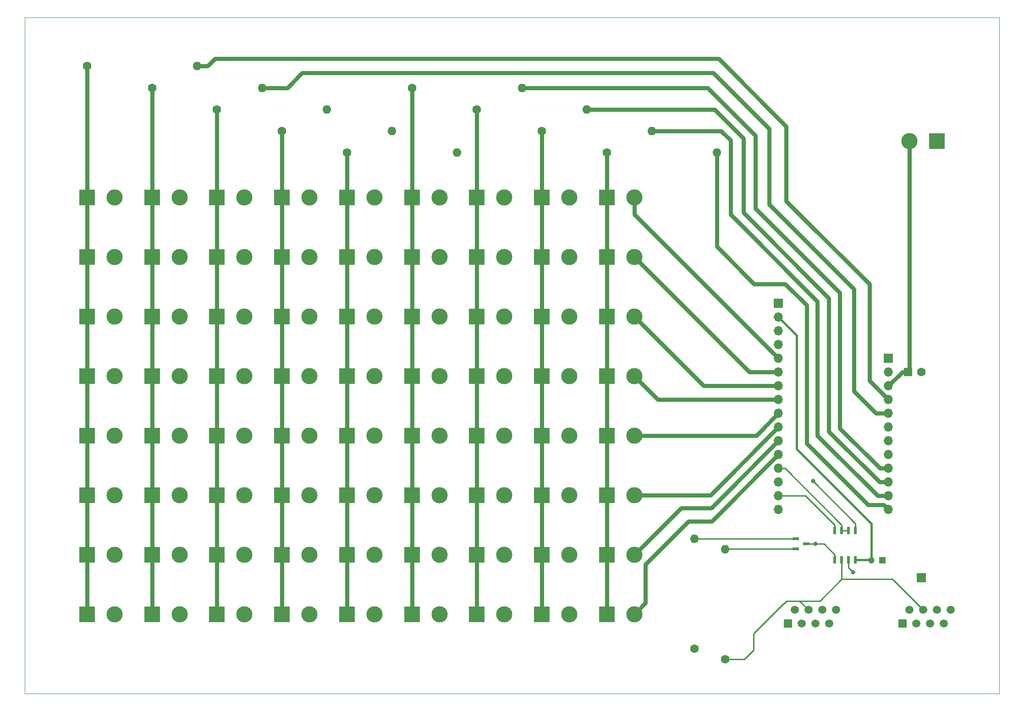
<source format=gbr>
G04 #@! TF.GenerationSoftware,KiCad,Pcbnew,5.1.5-52549c5~84~ubuntu18.04.1*
G04 #@! TF.CreationDate,2020-02-12T19:09:38-05:00*
G04 #@! TF.ProjectId,solenoid_board,736f6c65-6e6f-4696-945f-626f6172642e,rev?*
G04 #@! TF.SameCoordinates,Original*
G04 #@! TF.FileFunction,Copper,L1,Top*
G04 #@! TF.FilePolarity,Positive*
%FSLAX46Y46*%
G04 Gerber Fmt 4.6, Leading zero omitted, Abs format (unit mm)*
G04 Created by KiCad (PCBNEW 5.1.5-52549c5~84~ubuntu18.04.1) date 2020-02-12 19:09:38*
%MOMM*%
%LPD*%
G04 APERTURE LIST*
G04 #@! TA.AperFunction,Profile*
%ADD10C,0.120000*%
G04 #@! TD*
G04 #@! TA.AperFunction,ComponentPad*
%ADD11O,1.600000X1.600000*%
G04 #@! TD*
G04 #@! TA.AperFunction,ComponentPad*
%ADD12C,1.600000*%
G04 #@! TD*
G04 #@! TA.AperFunction,ComponentPad*
%ADD13C,3.000000*%
G04 #@! TD*
G04 #@! TA.AperFunction,ComponentPad*
%ADD14R,3.000000X3.000000*%
G04 #@! TD*
G04 #@! TA.AperFunction,ComponentPad*
%ADD15C,1.500000*%
G04 #@! TD*
G04 #@! TA.AperFunction,ComponentPad*
%ADD16R,1.500000X1.500000*%
G04 #@! TD*
G04 #@! TA.AperFunction,ComponentPad*
%ADD17R,1.600000X1.600000*%
G04 #@! TD*
G04 #@! TA.AperFunction,ComponentPad*
%ADD18C,1.200000*%
G04 #@! TD*
G04 #@! TA.AperFunction,ComponentPad*
%ADD19R,1.200000X1.200000*%
G04 #@! TD*
G04 #@! TA.AperFunction,ComponentPad*
%ADD20R,1.700000X1.700000*%
G04 #@! TD*
G04 #@! TA.AperFunction,SMDPad,CuDef*
%ADD21R,0.568000X1.454899*%
G04 #@! TD*
G04 #@! TA.AperFunction,SMDPad,CuDef*
%ADD22R,1.295400X0.558800*%
G04 #@! TD*
G04 #@! TA.AperFunction,ComponentPad*
%ADD23O,1.700000X1.700000*%
G04 #@! TD*
G04 #@! TA.AperFunction,ViaPad*
%ADD24C,0.800000*%
G04 #@! TD*
G04 #@! TA.AperFunction,Conductor*
%ADD25C,0.250000*%
G04 #@! TD*
G04 #@! TA.AperFunction,Conductor*
%ADD26C,0.750000*%
G04 #@! TD*
G04 #@! TA.AperFunction,Conductor*
%ADD27C,0.450000*%
G04 #@! TD*
G04 APERTURE END LIST*
D10*
X50000000Y-25000000D02*
X50000000Y-150000000D01*
X230000000Y-25000000D02*
X50000000Y-25000000D01*
X230000000Y-150000000D02*
X230000000Y-25000000D01*
X50000000Y-150000000D02*
X230000000Y-150000000D01*
D11*
G04 #@! TO.P,R11,2*
G04 #@! TO.N,Net-(Prt_IC1-Pad1)*
X173685200Y-121361200D03*
D12*
G04 #@! TO.P,R11,1*
G04 #@! TO.N,/RJ45_5*
X173685200Y-141681200D03*
G04 #@! TD*
D11*
G04 #@! TO.P,R10,2*
G04 #@! TO.N,Net-(Prt_IC1-Pad2)*
X179349400Y-123342400D03*
D12*
G04 #@! TO.P,R10,1*
G04 #@! TO.N,/RJ45_4*
X179349400Y-143662400D03*
G04 #@! TD*
D11*
G04 #@! TO.P,R337,2*
G04 #@! TO.N,/SCL*
X165832600Y-46000000D03*
D12*
G04 #@! TO.P,R337,1*
G04 #@! TO.N,/COL7*
X145512600Y-46000000D03*
G04 #@! TD*
D11*
G04 #@! TO.P,R338,2*
G04 #@! TO.N,/SDA*
X177832600Y-50000000D03*
D12*
G04 #@! TO.P,R338,1*
G04 #@! TO.N,/COL8*
X157512600Y-50000000D03*
G04 #@! TD*
D11*
G04 #@! TO.P,R336,2*
G04 #@! TO.N,/D5*
X153832600Y-42000000D03*
D12*
G04 #@! TO.P,R336,1*
G04 #@! TO.N,/COL6*
X133512600Y-42000000D03*
G04 #@! TD*
D11*
G04 #@! TO.P,R335,2*
G04 #@! TO.N,/D6*
X141832600Y-38000000D03*
D12*
G04 #@! TO.P,R335,1*
G04 #@! TO.N,/COL5*
X121512600Y-38000000D03*
G04 #@! TD*
D11*
G04 #@! TO.P,R334,2*
G04 #@! TO.N,/D9*
X129832600Y-50000000D03*
D12*
G04 #@! TO.P,R334,1*
G04 #@! TO.N,/COL4*
X109512600Y-50000000D03*
G04 #@! TD*
D11*
G04 #@! TO.P,R333,2*
G04 #@! TO.N,/D10*
X117832600Y-46000000D03*
D12*
G04 #@! TO.P,R333,1*
G04 #@! TO.N,/COL3*
X97512600Y-46000000D03*
G04 #@! TD*
D11*
G04 #@! TO.P,R332,2*
G04 #@! TO.N,/D11*
X105832600Y-42000000D03*
D12*
G04 #@! TO.P,R332,1*
G04 #@! TO.N,/COL2*
X85512600Y-42000000D03*
G04 #@! TD*
D11*
G04 #@! TO.P,R331,2*
G04 #@! TO.N,/D12*
X93832600Y-38000000D03*
D12*
G04 #@! TO.P,R331,1*
G04 #@! TO.N,/COL1*
X73512600Y-38000000D03*
G04 #@! TD*
D11*
G04 #@! TO.P,R330,2*
G04 #@! TO.N,/D13*
X81832600Y-34000000D03*
D12*
G04 #@! TO.P,R330,1*
G04 #@! TO.N,/COL0*
X61512600Y-34000000D03*
G04 #@! TD*
D13*
G04 #@! TO.P,LED7_8,2*
G04 #@! TO.N,/MOSI*
X162592600Y-135285000D03*
D14*
G04 #@! TO.P,LED7_8,1*
G04 #@! TO.N,/COL8*
X157512600Y-135285000D03*
G04 #@! TD*
D13*
G04 #@! TO.P,LED7_7,2*
G04 #@! TO.N,/MOSI*
X150592600Y-135285000D03*
D14*
G04 #@! TO.P,LED7_7,1*
G04 #@! TO.N,/COL7*
X145512600Y-135285000D03*
G04 #@! TD*
D13*
G04 #@! TO.P,LED7_6,2*
G04 #@! TO.N,/MOSI*
X138592600Y-135285000D03*
D14*
G04 #@! TO.P,LED7_6,1*
G04 #@! TO.N,/COL6*
X133512600Y-135285000D03*
G04 #@! TD*
D13*
G04 #@! TO.P,LED7_5,2*
G04 #@! TO.N,/MOSI*
X126592600Y-135285000D03*
D14*
G04 #@! TO.P,LED7_5,1*
G04 #@! TO.N,/COL5*
X121512600Y-135285000D03*
G04 #@! TD*
D13*
G04 #@! TO.P,LED7_4,2*
G04 #@! TO.N,/MOSI*
X114592600Y-135285000D03*
D14*
G04 #@! TO.P,LED7_4,1*
G04 #@! TO.N,/COL4*
X109512600Y-135285000D03*
G04 #@! TD*
D13*
G04 #@! TO.P,LED7_3,2*
G04 #@! TO.N,/MOSI*
X102592600Y-135285000D03*
D14*
G04 #@! TO.P,LED7_3,1*
G04 #@! TO.N,/COL3*
X97512600Y-135285000D03*
G04 #@! TD*
D13*
G04 #@! TO.P,LED7_2,2*
G04 #@! TO.N,/MOSI*
X90592600Y-135285000D03*
D14*
G04 #@! TO.P,LED7_2,1*
G04 #@! TO.N,/COL2*
X85512600Y-135285000D03*
G04 #@! TD*
D13*
G04 #@! TO.P,LED7_1,2*
G04 #@! TO.N,/MOSI*
X78592600Y-135285000D03*
D14*
G04 #@! TO.P,LED7_1,1*
G04 #@! TO.N,/COL1*
X73512600Y-135285000D03*
G04 #@! TD*
D13*
G04 #@! TO.P,LED7_0,2*
G04 #@! TO.N,/MOSI*
X66592600Y-135285000D03*
D14*
G04 #@! TO.P,LED7_0,1*
G04 #@! TO.N,/COL0*
X61512600Y-135285000D03*
G04 #@! TD*
D13*
G04 #@! TO.P,LED6_8,2*
G04 #@! TO.N,/ROW6*
X162592600Y-124285000D03*
D14*
G04 #@! TO.P,LED6_8,1*
G04 #@! TO.N,/COL8*
X157512600Y-124285000D03*
G04 #@! TD*
D13*
G04 #@! TO.P,LED6_7,2*
G04 #@! TO.N,/ROW6*
X150592600Y-124285000D03*
D14*
G04 #@! TO.P,LED6_7,1*
G04 #@! TO.N,/COL7*
X145512600Y-124285000D03*
G04 #@! TD*
D13*
G04 #@! TO.P,LED6_6,2*
G04 #@! TO.N,/ROW6*
X138592600Y-124285000D03*
D14*
G04 #@! TO.P,LED6_6,1*
G04 #@! TO.N,/COL6*
X133512600Y-124285000D03*
G04 #@! TD*
D13*
G04 #@! TO.P,LED6_5,2*
G04 #@! TO.N,/ROW6*
X126592600Y-124285000D03*
D14*
G04 #@! TO.P,LED6_5,1*
G04 #@! TO.N,/COL5*
X121512600Y-124285000D03*
G04 #@! TD*
D13*
G04 #@! TO.P,LED6_4,2*
G04 #@! TO.N,/ROW6*
X114592600Y-124285000D03*
D14*
G04 #@! TO.P,LED6_4,1*
G04 #@! TO.N,/COL4*
X109512600Y-124285000D03*
G04 #@! TD*
D13*
G04 #@! TO.P,LED6_3,2*
G04 #@! TO.N,/ROW6*
X102592600Y-124285000D03*
D14*
G04 #@! TO.P,LED6_3,1*
G04 #@! TO.N,/COL3*
X97512600Y-124285000D03*
G04 #@! TD*
D13*
G04 #@! TO.P,LED6_2,2*
G04 #@! TO.N,/ROW6*
X90592600Y-124285000D03*
D14*
G04 #@! TO.P,LED6_2,1*
G04 #@! TO.N,/COL2*
X85512600Y-124285000D03*
G04 #@! TD*
D13*
G04 #@! TO.P,LED6_1,2*
G04 #@! TO.N,/ROW6*
X78592600Y-124285000D03*
D14*
G04 #@! TO.P,LED6_1,1*
G04 #@! TO.N,/COL1*
X73512600Y-124285000D03*
G04 #@! TD*
D13*
G04 #@! TO.P,LED6_0,2*
G04 #@! TO.N,/ROW6*
X66592600Y-124285000D03*
D14*
G04 #@! TO.P,LED6_0,1*
G04 #@! TO.N,/COL0*
X61512600Y-124285000D03*
G04 #@! TD*
D13*
G04 #@! TO.P,LED5_8,2*
G04 #@! TO.N,/A5*
X162592600Y-113285000D03*
D14*
G04 #@! TO.P,LED5_8,1*
G04 #@! TO.N,/COL8*
X157512600Y-113285000D03*
G04 #@! TD*
D13*
G04 #@! TO.P,LED5_7,2*
G04 #@! TO.N,/A5*
X150592600Y-113285000D03*
D14*
G04 #@! TO.P,LED5_7,1*
G04 #@! TO.N,/COL7*
X145512600Y-113285000D03*
G04 #@! TD*
D13*
G04 #@! TO.P,LED5_6,2*
G04 #@! TO.N,/A5*
X138592600Y-113285000D03*
D14*
G04 #@! TO.P,LED5_6,1*
G04 #@! TO.N,/COL6*
X133512600Y-113285000D03*
G04 #@! TD*
D13*
G04 #@! TO.P,LED5_5,2*
G04 #@! TO.N,/A5*
X126592600Y-113285000D03*
D14*
G04 #@! TO.P,LED5_5,1*
G04 #@! TO.N,/COL5*
X121512600Y-113285000D03*
G04 #@! TD*
D13*
G04 #@! TO.P,LED5_4,2*
G04 #@! TO.N,/A5*
X114592600Y-113285000D03*
D14*
G04 #@! TO.P,LED5_4,1*
G04 #@! TO.N,/COL4*
X109512600Y-113285000D03*
G04 #@! TD*
D13*
G04 #@! TO.P,LED5_3,2*
G04 #@! TO.N,/A5*
X102592600Y-113285000D03*
D14*
G04 #@! TO.P,LED5_3,1*
G04 #@! TO.N,/COL3*
X97512600Y-113285000D03*
G04 #@! TD*
D13*
G04 #@! TO.P,LED5_2,2*
G04 #@! TO.N,/A5*
X90592600Y-113285000D03*
D14*
G04 #@! TO.P,LED5_2,1*
G04 #@! TO.N,/COL2*
X85512600Y-113285000D03*
G04 #@! TD*
D13*
G04 #@! TO.P,LED5_1,2*
G04 #@! TO.N,/A5*
X78592600Y-113285000D03*
D14*
G04 #@! TO.P,LED5_1,1*
G04 #@! TO.N,/COL1*
X73512600Y-113285000D03*
G04 #@! TD*
D13*
G04 #@! TO.P,LED5_0,2*
G04 #@! TO.N,/A5*
X66592600Y-113285000D03*
D14*
G04 #@! TO.P,LED5_0,1*
G04 #@! TO.N,/COL0*
X61512600Y-113285000D03*
G04 #@! TD*
D13*
G04 #@! TO.P,LED4_8,2*
G04 #@! TO.N,/A4*
X162592600Y-102285000D03*
D14*
G04 #@! TO.P,LED4_8,1*
G04 #@! TO.N,/COL8*
X157512600Y-102285000D03*
G04 #@! TD*
D13*
G04 #@! TO.P,LED4_7,2*
G04 #@! TO.N,/A4*
X150592600Y-102285000D03*
D14*
G04 #@! TO.P,LED4_7,1*
G04 #@! TO.N,/COL7*
X145512600Y-102285000D03*
G04 #@! TD*
D13*
G04 #@! TO.P,LED4_6,2*
G04 #@! TO.N,/A4*
X138592600Y-102285000D03*
D14*
G04 #@! TO.P,LED4_6,1*
G04 #@! TO.N,/COL6*
X133512600Y-102285000D03*
G04 #@! TD*
D13*
G04 #@! TO.P,LED4_5,2*
G04 #@! TO.N,/A4*
X126592600Y-102285000D03*
D14*
G04 #@! TO.P,LED4_5,1*
G04 #@! TO.N,/COL5*
X121512600Y-102285000D03*
G04 #@! TD*
D13*
G04 #@! TO.P,LED4_4,2*
G04 #@! TO.N,/A4*
X114592600Y-102285000D03*
D14*
G04 #@! TO.P,LED4_4,1*
G04 #@! TO.N,/COL4*
X109512600Y-102285000D03*
G04 #@! TD*
D13*
G04 #@! TO.P,LED4_3,2*
G04 #@! TO.N,/A4*
X102592600Y-102285000D03*
D14*
G04 #@! TO.P,LED4_3,1*
G04 #@! TO.N,/COL3*
X97512600Y-102285000D03*
G04 #@! TD*
D13*
G04 #@! TO.P,LED4_2,2*
G04 #@! TO.N,/A4*
X90592600Y-102285000D03*
D14*
G04 #@! TO.P,LED4_2,1*
G04 #@! TO.N,/COL2*
X85512600Y-102285000D03*
G04 #@! TD*
D13*
G04 #@! TO.P,LED4_1,2*
G04 #@! TO.N,/A4*
X78592600Y-102285000D03*
D14*
G04 #@! TO.P,LED4_1,1*
G04 #@! TO.N,/COL1*
X73512600Y-102285000D03*
G04 #@! TD*
D13*
G04 #@! TO.P,LED4_0,2*
G04 #@! TO.N,/A4*
X66592600Y-102285000D03*
D14*
G04 #@! TO.P,LED4_0,1*
G04 #@! TO.N,/COL0*
X61512600Y-102285000D03*
G04 #@! TD*
D13*
G04 #@! TO.P,LED3_8,2*
G04 #@! TO.N,/A3*
X162592600Y-91285000D03*
D14*
G04 #@! TO.P,LED3_8,1*
G04 #@! TO.N,/COL8*
X157512600Y-91285000D03*
G04 #@! TD*
D13*
G04 #@! TO.P,LED3_7,2*
G04 #@! TO.N,/A3*
X150592600Y-91285000D03*
D14*
G04 #@! TO.P,LED3_7,1*
G04 #@! TO.N,/COL7*
X145512600Y-91285000D03*
G04 #@! TD*
D13*
G04 #@! TO.P,LED3_6,2*
G04 #@! TO.N,/A3*
X138592600Y-91285000D03*
D14*
G04 #@! TO.P,LED3_6,1*
G04 #@! TO.N,/COL6*
X133512600Y-91285000D03*
G04 #@! TD*
D13*
G04 #@! TO.P,LED3_5,2*
G04 #@! TO.N,/A3*
X126592600Y-91285000D03*
D14*
G04 #@! TO.P,LED3_5,1*
G04 #@! TO.N,/COL5*
X121512600Y-91285000D03*
G04 #@! TD*
D13*
G04 #@! TO.P,LED3_4,2*
G04 #@! TO.N,/A3*
X114592600Y-91285000D03*
D14*
G04 #@! TO.P,LED3_4,1*
G04 #@! TO.N,/COL4*
X109512600Y-91285000D03*
G04 #@! TD*
D13*
G04 #@! TO.P,LED3_3,2*
G04 #@! TO.N,/A3*
X102592600Y-91285000D03*
D14*
G04 #@! TO.P,LED3_3,1*
G04 #@! TO.N,/COL3*
X97512600Y-91285000D03*
G04 #@! TD*
D13*
G04 #@! TO.P,LED3_2,2*
G04 #@! TO.N,/A3*
X90592600Y-91285000D03*
D14*
G04 #@! TO.P,LED3_2,1*
G04 #@! TO.N,/COL2*
X85512600Y-91285000D03*
G04 #@! TD*
D13*
G04 #@! TO.P,LED3_1,2*
G04 #@! TO.N,/A3*
X78592600Y-91285000D03*
D14*
G04 #@! TO.P,LED3_1,1*
G04 #@! TO.N,/COL1*
X73512600Y-91285000D03*
G04 #@! TD*
D13*
G04 #@! TO.P,LED3_0,2*
G04 #@! TO.N,/A3*
X66592600Y-91285000D03*
D14*
G04 #@! TO.P,LED3_0,1*
G04 #@! TO.N,/COL0*
X61512600Y-91285000D03*
G04 #@! TD*
D13*
G04 #@! TO.P,LED2_8,2*
G04 #@! TO.N,/A2*
X162592600Y-80285000D03*
D14*
G04 #@! TO.P,LED2_8,1*
G04 #@! TO.N,/COL8*
X157512600Y-80285000D03*
G04 #@! TD*
D13*
G04 #@! TO.P,LED2_7,2*
G04 #@! TO.N,/A2*
X150592600Y-80285000D03*
D14*
G04 #@! TO.P,LED2_7,1*
G04 #@! TO.N,/COL7*
X145512600Y-80285000D03*
G04 #@! TD*
D13*
G04 #@! TO.P,LED2_6,2*
G04 #@! TO.N,/A2*
X138592600Y-80285000D03*
D14*
G04 #@! TO.P,LED2_6,1*
G04 #@! TO.N,/COL6*
X133512600Y-80285000D03*
G04 #@! TD*
D13*
G04 #@! TO.P,LED2_5,2*
G04 #@! TO.N,/A2*
X126592600Y-80285000D03*
D14*
G04 #@! TO.P,LED2_5,1*
G04 #@! TO.N,/COL5*
X121512600Y-80285000D03*
G04 #@! TD*
D13*
G04 #@! TO.P,LED2_4,2*
G04 #@! TO.N,/A2*
X114592600Y-80285000D03*
D14*
G04 #@! TO.P,LED2_4,1*
G04 #@! TO.N,/COL4*
X109512600Y-80285000D03*
G04 #@! TD*
D13*
G04 #@! TO.P,LED2_3,2*
G04 #@! TO.N,/A2*
X102592600Y-80285000D03*
D14*
G04 #@! TO.P,LED2_3,1*
G04 #@! TO.N,/COL3*
X97512600Y-80285000D03*
G04 #@! TD*
D13*
G04 #@! TO.P,LED2_2,2*
G04 #@! TO.N,/A2*
X90592600Y-80285000D03*
D14*
G04 #@! TO.P,LED2_2,1*
G04 #@! TO.N,/COL2*
X85512600Y-80285000D03*
G04 #@! TD*
D13*
G04 #@! TO.P,LED2_1,2*
G04 #@! TO.N,/A2*
X78592600Y-80285000D03*
D14*
G04 #@! TO.P,LED2_1,1*
G04 #@! TO.N,/COL1*
X73512600Y-80285000D03*
G04 #@! TD*
D13*
G04 #@! TO.P,LED2_0,2*
G04 #@! TO.N,/A2*
X66592600Y-80285000D03*
D14*
G04 #@! TO.P,LED2_0,1*
G04 #@! TO.N,/COL0*
X61512600Y-80285000D03*
G04 #@! TD*
D13*
G04 #@! TO.P,LED1_8,2*
G04 #@! TO.N,/A1*
X162592600Y-69285000D03*
D14*
G04 #@! TO.P,LED1_8,1*
G04 #@! TO.N,/COL8*
X157512600Y-69285000D03*
G04 #@! TD*
D13*
G04 #@! TO.P,LED1_7,2*
G04 #@! TO.N,/A1*
X150592600Y-69285000D03*
D14*
G04 #@! TO.P,LED1_7,1*
G04 #@! TO.N,/COL7*
X145512600Y-69285000D03*
G04 #@! TD*
D13*
G04 #@! TO.P,LED1_6,2*
G04 #@! TO.N,/A1*
X138592600Y-69285000D03*
D14*
G04 #@! TO.P,LED1_6,1*
G04 #@! TO.N,/COL6*
X133512600Y-69285000D03*
G04 #@! TD*
D13*
G04 #@! TO.P,LED1_5,2*
G04 #@! TO.N,/A1*
X126592600Y-69285000D03*
D14*
G04 #@! TO.P,LED1_5,1*
G04 #@! TO.N,/COL5*
X121512600Y-69285000D03*
G04 #@! TD*
D13*
G04 #@! TO.P,LED1_4,2*
G04 #@! TO.N,/A1*
X114592600Y-69285000D03*
D14*
G04 #@! TO.P,LED1_4,1*
G04 #@! TO.N,/COL4*
X109512600Y-69285000D03*
G04 #@! TD*
D13*
G04 #@! TO.P,LED1_3,2*
G04 #@! TO.N,/A1*
X102592600Y-69285000D03*
D14*
G04 #@! TO.P,LED1_3,1*
G04 #@! TO.N,/COL3*
X97512600Y-69285000D03*
G04 #@! TD*
D13*
G04 #@! TO.P,LED1_2,2*
G04 #@! TO.N,/A1*
X90592600Y-69285000D03*
D14*
G04 #@! TO.P,LED1_2,1*
G04 #@! TO.N,/COL2*
X85512600Y-69285000D03*
G04 #@! TD*
D13*
G04 #@! TO.P,LED1_1,2*
G04 #@! TO.N,/A1*
X78592600Y-69285000D03*
D14*
G04 #@! TO.P,LED1_1,1*
G04 #@! TO.N,/COL1*
X73512600Y-69285000D03*
G04 #@! TD*
D13*
G04 #@! TO.P,LED1_0,2*
G04 #@! TO.N,/A1*
X66592600Y-69285000D03*
D14*
G04 #@! TO.P,LED1_0,1*
G04 #@! TO.N,/COL0*
X61512600Y-69285000D03*
G04 #@! TD*
D13*
G04 #@! TO.P,LED0_8,2*
G04 #@! TO.N,/A0*
X162592600Y-58285000D03*
D14*
G04 #@! TO.P,LED0_8,1*
G04 #@! TO.N,/COL8*
X157512600Y-58285000D03*
G04 #@! TD*
D13*
G04 #@! TO.P,LED0_7,2*
G04 #@! TO.N,/A0*
X150592600Y-58285000D03*
D14*
G04 #@! TO.P,LED0_7,1*
G04 #@! TO.N,/COL7*
X145512600Y-58285000D03*
G04 #@! TD*
D13*
G04 #@! TO.P,LED0_6,2*
G04 #@! TO.N,/A0*
X138592600Y-58285000D03*
D14*
G04 #@! TO.P,LED0_6,1*
G04 #@! TO.N,/COL6*
X133512600Y-58285000D03*
G04 #@! TD*
D13*
G04 #@! TO.P,LED0_5,2*
G04 #@! TO.N,/A0*
X126592600Y-58285000D03*
D14*
G04 #@! TO.P,LED0_5,1*
G04 #@! TO.N,/COL5*
X121512600Y-58285000D03*
G04 #@! TD*
D13*
G04 #@! TO.P,LED0_4,2*
G04 #@! TO.N,/A0*
X114592600Y-58285000D03*
D14*
G04 #@! TO.P,LED0_4,1*
G04 #@! TO.N,/COL4*
X109512600Y-58285000D03*
G04 #@! TD*
D13*
G04 #@! TO.P,LED0_3,2*
G04 #@! TO.N,/A0*
X102592600Y-58285000D03*
D14*
G04 #@! TO.P,LED0_3,1*
G04 #@! TO.N,/COL3*
X97512600Y-58285000D03*
G04 #@! TD*
D13*
G04 #@! TO.P,LED0_2,2*
G04 #@! TO.N,/A0*
X90592600Y-58285000D03*
D14*
G04 #@! TO.P,LED0_2,1*
G04 #@! TO.N,/COL2*
X85512600Y-58285000D03*
G04 #@! TD*
D13*
G04 #@! TO.P,LED0_1,2*
G04 #@! TO.N,/A0*
X78592600Y-58285000D03*
D14*
G04 #@! TO.P,LED0_1,1*
G04 #@! TO.N,/COL1*
X73512600Y-58285000D03*
G04 #@! TD*
D13*
G04 #@! TO.P,LED0_0,2*
G04 #@! TO.N,/A0*
X66592600Y-58285000D03*
D14*
G04 #@! TO.P,LED0_0,1*
G04 #@! TO.N,/COL0*
X61512600Y-58285000D03*
G04 #@! TD*
D15*
G04 #@! TO.P,RJ1,8*
G04 #@! TO.N,N/C*
X221056200Y-134493000D03*
G04 #@! TO.P,RJ1,7*
X219786200Y-137033000D03*
G04 #@! TO.P,RJ1,6*
X218516200Y-134493000D03*
G04 #@! TO.P,RJ1,5*
G04 #@! TO.N,/RJ45_5*
X217246200Y-137033000D03*
G04 #@! TO.P,RJ1,4*
G04 #@! TO.N,/RJ45_4*
X215976200Y-134493000D03*
G04 #@! TO.P,RJ1,3*
G04 #@! TO.N,N/C*
X214706200Y-137033000D03*
G04 #@! TO.P,RJ1,2*
X213436200Y-134493000D03*
D16*
G04 #@! TO.P,RJ1,1*
X212166200Y-137033000D03*
G04 #@! TD*
D15*
G04 #@! TO.P,RJ0,8*
G04 #@! TO.N,N/C*
X199847200Y-134493000D03*
G04 #@! TO.P,RJ0,7*
X198577200Y-137033000D03*
G04 #@! TO.P,RJ0,6*
X197307200Y-134493000D03*
G04 #@! TO.P,RJ0,5*
G04 #@! TO.N,/RJ45_5*
X196037200Y-137033000D03*
G04 #@! TO.P,RJ0,4*
G04 #@! TO.N,/RJ45_4*
X194767200Y-134493000D03*
G04 #@! TO.P,RJ0,3*
G04 #@! TO.N,N/C*
X193497200Y-137033000D03*
G04 #@! TO.P,RJ0,2*
X192227200Y-134493000D03*
D16*
G04 #@! TO.P,RJ0,1*
X190957200Y-137033000D03*
G04 #@! TD*
D12*
G04 #@! TO.P,CP0,2*
G04 #@! TO.N,GND*
X215656800Y-90525600D03*
D17*
G04 #@! TO.P,CP0,1*
G04 #@! TO.N,+5V*
X213156800Y-90525600D03*
G04 #@! TD*
D18*
G04 #@! TO.P,C0.1nF0,2*
G04 #@! TO.N,+3V3*
X206407000Y-125349000D03*
D19*
G04 #@! TO.P,C0.1nF0,1*
G04 #@! TO.N,GND*
X208407000Y-125349000D03*
G04 #@! TD*
D13*
G04 #@! TO.P,+5V_IN1,2*
G04 #@! TO.N,+5V*
X213410800Y-47828200D03*
D14*
G04 #@! TO.P,+5V_IN1,1*
G04 #@! TO.N,GND*
X218490800Y-47828200D03*
G04 #@! TD*
D20*
G04 #@! TO.P,GND1,1*
G04 #@! TO.N,GND*
X215620600Y-128549400D03*
G04 #@! TD*
D21*
G04 #@! TO.P,RS-485,1*
G04 #@! TO.N,/RX0*
X203454000Y-119833652D03*
G04 #@! TO.P,RS-485,2*
G04 #@! TO.N,/MISO*
X202184000Y-119833652D03*
G04 #@! TO.P,RS-485,3*
X200914000Y-119833652D03*
G04 #@! TO.P,RS-485,4*
G04 #@! TO.N,/TX1*
X199644000Y-119833652D03*
G04 #@! TO.P,RS-485,5*
G04 #@! TO.N,GND*
X199644000Y-125276348D03*
G04 #@! TO.P,RS-485,6*
G04 #@! TO.N,/RJ45_4*
X200914000Y-125276348D03*
G04 #@! TO.P,RS-485,7*
G04 #@! TO.N,/RJ45_5*
X202184000Y-125276348D03*
G04 #@! TO.P,RS-485,8*
G04 #@! TO.N,+3V3*
X203454000Y-125276348D03*
G04 #@! TD*
D22*
G04 #@! TO.P,Prt_IC1,3*
G04 #@! TO.N,GND*
X194322700Y-122301000D03*
G04 #@! TO.P,Prt_IC1,2*
G04 #@! TO.N,Net-(Prt_IC1-Pad2)*
X192417700Y-123251001D03*
G04 #@! TO.P,Prt_IC1,1*
G04 #@! TO.N,Net-(Prt_IC1-Pad1)*
X192417700Y-121350999D03*
G04 #@! TD*
D23*
G04 #@! TO.P,J3,12*
G04 #@! TO.N,/SDA*
X209550000Y-115951000D03*
G04 #@! TO.P,J3,11*
G04 #@! TO.N,/SCL*
X209550000Y-113411000D03*
G04 #@! TO.P,J3,10*
G04 #@! TO.N,/D5*
X209550000Y-110871000D03*
G04 #@! TO.P,J3,9*
G04 #@! TO.N,/D6*
X209550000Y-108331000D03*
G04 #@! TO.P,J3,8*
G04 #@! TO.N,/D9*
X209550000Y-105791000D03*
G04 #@! TO.P,J3,7*
G04 #@! TO.N,/D10*
X209550000Y-103251000D03*
G04 #@! TO.P,J3,6*
G04 #@! TO.N,/D11*
X209550000Y-100711000D03*
G04 #@! TO.P,J3,5*
G04 #@! TO.N,/D12*
X209550000Y-98171000D03*
G04 #@! TO.P,J3,4*
G04 #@! TO.N,/D13*
X209550000Y-95631000D03*
G04 #@! TO.P,J3,3*
G04 #@! TO.N,+5V*
X209550000Y-93091000D03*
G04 #@! TO.P,J3,2*
G04 #@! TO.N,N/C*
X209550000Y-90551000D03*
D20*
G04 #@! TO.P,J3,1*
X209550000Y-88011000D03*
G04 #@! TD*
D23*
G04 #@! TO.P,J2,16*
G04 #@! TO.N,GND*
X189230000Y-115951000D03*
G04 #@! TO.P,J2,15*
G04 #@! TO.N,/TX1*
X189230000Y-113411000D03*
G04 #@! TO.P,J2,14*
G04 #@! TO.N,/RX0*
X189230000Y-110871000D03*
G04 #@! TO.P,J2,13*
G04 #@! TO.N,/MISO*
X189230000Y-108331000D03*
G04 #@! TO.P,J2,12*
G04 #@! TO.N,/MOSI*
X189230000Y-105791000D03*
G04 #@! TO.P,J2,11*
G04 #@! TO.N,/ROW6*
X189230000Y-103251000D03*
G04 #@! TO.P,J2,10*
G04 #@! TO.N,/A5*
X189230000Y-100711000D03*
G04 #@! TO.P,J2,9*
G04 #@! TO.N,/A4*
X189230000Y-98171000D03*
G04 #@! TO.P,J2,8*
G04 #@! TO.N,/A3*
X189230000Y-95631000D03*
G04 #@! TO.P,J2,7*
G04 #@! TO.N,/A2*
X189230000Y-93091000D03*
G04 #@! TO.P,J2,6*
G04 #@! TO.N,/A1*
X189230000Y-90551000D03*
G04 #@! TO.P,J2,5*
G04 #@! TO.N,/A0*
X189230000Y-88011000D03*
G04 #@! TO.P,J2,4*
G04 #@! TO.N,GND*
X189230000Y-85471000D03*
G04 #@! TO.P,J2,3*
G04 #@! TO.N,N/C*
X189230000Y-82931000D03*
G04 #@! TO.P,J2,2*
G04 #@! TO.N,+3V3*
X189230000Y-80391000D03*
D20*
G04 #@! TO.P,J2,1*
G04 #@! TO.N,N/C*
X189230000Y-77851000D03*
G04 #@! TD*
D24*
G04 #@! TO.N,GND*
X196062600Y-122301000D03*
G04 #@! TO.N,/RX0*
X195630800Y-110718600D03*
G04 #@! TO.N,/RJ45_5*
X203022200Y-127533400D03*
G04 #@! TD*
D25*
G04 #@! TO.N,GND*
X196062600Y-122301000D02*
X196062600Y-122301000D01*
X197646101Y-122301000D02*
X196628285Y-122301000D01*
X196628285Y-122301000D02*
X196062600Y-122301000D01*
X199644000Y-124298899D02*
X197646101Y-122301000D01*
X199644000Y-125276348D02*
X199644000Y-124298899D01*
X194322700Y-122301000D02*
X196062600Y-122301000D01*
G04 #@! TO.N,/TX1*
X199644000Y-118856203D02*
X199644000Y-119833652D01*
X194198797Y-113411000D02*
X199644000Y-118856203D01*
X189230000Y-113411000D02*
X194198797Y-113411000D01*
G04 #@! TO.N,/RX0*
X203454000Y-118541800D02*
X203454000Y-119833652D01*
X195630800Y-110718600D02*
X203454000Y-118541800D01*
G04 #@! TO.N,/MISO*
X200914000Y-118856203D02*
X200914000Y-119833652D01*
X190432081Y-108331000D02*
X200914000Y-118812919D01*
X200914000Y-118812919D02*
X200914000Y-118856203D01*
X189230000Y-108331000D02*
X190432081Y-108331000D01*
X200914000Y-119833652D02*
X202184000Y-119833652D01*
D26*
G04 #@! TO.N,/A4*
X185116000Y-102285000D02*
X189230000Y-98171000D01*
X162592600Y-102285000D02*
X185116000Y-102285000D01*
G04 #@! TO.N,/A0*
X162592600Y-61373600D02*
X189230000Y-88011000D01*
X162592600Y-58285000D02*
X162592600Y-61373600D01*
G04 #@! TO.N,/D5*
X209550000Y-110871000D02*
X207873600Y-110871000D01*
X207873600Y-110871000D02*
X198526400Y-101523800D01*
X198526400Y-101523800D02*
X198526400Y-76885800D01*
X198526400Y-76885800D02*
X182753000Y-61112400D01*
X182753000Y-61112400D02*
X182753000Y-47345600D01*
X177407400Y-42000000D02*
X153832600Y-42000000D01*
X182753000Y-47345600D02*
X177407400Y-42000000D01*
G04 #@! TO.N,/D6*
X209550000Y-108331000D02*
X208000600Y-108331000D01*
X208000600Y-108331000D02*
X200583800Y-100914200D01*
X200583800Y-100914200D02*
X200583800Y-75869800D01*
X200583800Y-75869800D02*
X184988200Y-60274200D01*
X184988200Y-60274200D02*
X184988200Y-46837600D01*
X176150600Y-38000000D02*
X141832600Y-38000000D01*
X184988200Y-46837600D02*
X176150600Y-38000000D01*
G04 #@! TO.N,/D12*
X209550000Y-98171000D02*
X207264000Y-98171000D01*
X207264000Y-98171000D02*
X203174600Y-94081600D01*
X203174600Y-94081600D02*
X203174600Y-75234800D01*
X203174600Y-75234800D02*
X187477400Y-59537600D01*
X187477400Y-59537600D02*
X187477400Y-45542200D01*
X187477400Y-45542200D02*
X177165000Y-35229800D01*
X177165000Y-35229800D02*
X101269800Y-35229800D01*
X98499600Y-38000000D02*
X93832600Y-38000000D01*
X101269800Y-35229800D02*
X98499600Y-38000000D01*
D25*
G04 #@! TO.N,/RJ45_4*
X179349400Y-143662400D02*
X182905400Y-143662400D01*
X182905400Y-143662400D02*
X184658000Y-141909800D01*
X184658000Y-141909800D02*
X184658000Y-138912600D01*
X190152601Y-133417999D02*
X190178001Y-133417999D01*
X184658000Y-138912600D02*
X190152601Y-133417999D01*
X190178001Y-133417999D02*
X190754000Y-132842000D01*
X190754000Y-132842000D02*
X193116200Y-132842000D01*
X193217800Y-132943600D02*
X194767200Y-134493000D01*
X193116200Y-132842000D02*
X193217800Y-132943600D01*
X200914000Y-128828800D02*
X200914000Y-127050800D01*
X200914000Y-127050800D02*
X200914000Y-125276348D01*
X193116200Y-132842000D02*
X196900800Y-132842000D01*
X196900800Y-132842000D02*
X200914000Y-128828800D01*
X210312000Y-128828800D02*
X215976200Y-134493000D01*
X200914000Y-128828800D02*
X210312000Y-128828800D01*
G04 #@! TO.N,/RJ45_5*
X202184000Y-125276348D02*
X202184000Y-126695200D01*
X202184000Y-126695200D02*
X203022200Y-127533400D01*
X203022200Y-127533400D02*
X203022200Y-127533400D01*
D26*
G04 #@! TO.N,+5V*
X213410800Y-90271600D02*
X213156800Y-90525600D01*
X213410800Y-47828200D02*
X213410800Y-90271600D01*
X212115400Y-90525600D02*
X209550000Y-93091000D01*
X213156800Y-90525600D02*
X212115400Y-90525600D01*
D27*
G04 #@! TO.N,+3V3*
X206334348Y-125276348D02*
X206407000Y-125349000D01*
X203454000Y-125276348D02*
X206334348Y-125276348D01*
X206407000Y-125349000D02*
X206407000Y-118548400D01*
X206407000Y-118548400D02*
X192582800Y-104724200D01*
X192582800Y-83743800D02*
X189230000Y-80391000D01*
X192582800Y-104724200D02*
X192582800Y-83743800D01*
D25*
G04 #@! TO.N,Net-(Prt_IC1-Pad2)*
X179440799Y-123251001D02*
X179349400Y-123342400D01*
X192417700Y-123251001D02*
X179440799Y-123251001D01*
G04 #@! TO.N,Net-(Prt_IC1-Pad1)*
X173695401Y-121350999D02*
X173685200Y-121361200D01*
X192417700Y-121350999D02*
X173695401Y-121350999D01*
D26*
G04 #@! TO.N,/MOSI*
X188380001Y-106640999D02*
X189230000Y-105791000D01*
X176885600Y-118135400D02*
X189230000Y-105791000D01*
X172593000Y-118135400D02*
X176885600Y-118135400D01*
X164667601Y-126060799D02*
X172593000Y-118135400D01*
X162592600Y-135285000D02*
X164667601Y-133209999D01*
X164667601Y-133209999D02*
X164667601Y-126060799D01*
G04 #@! TO.N,/A5*
X176656000Y-113285000D02*
X189230000Y-100711000D01*
X162592600Y-113285000D02*
X176656000Y-113285000D01*
G04 #@! TO.N,/A3*
X166938600Y-95631000D02*
X189230000Y-95631000D01*
X162592600Y-91285000D02*
X166938600Y-95631000D01*
G04 #@! TO.N,/A2*
X175398600Y-93091000D02*
X189230000Y-93091000D01*
X162592600Y-80285000D02*
X175398600Y-93091000D01*
G04 #@! TO.N,/A1*
X162592600Y-69285000D02*
X183858600Y-90551000D01*
X183858600Y-90551000D02*
X189230000Y-90551000D01*
G04 #@! TO.N,/SDA*
X208700001Y-115101001D02*
X205779001Y-115101001D01*
X209550000Y-115951000D02*
X208700001Y-115101001D01*
X205779001Y-115101001D02*
X194411600Y-103733600D01*
X194411600Y-103733600D02*
X194411600Y-78206600D01*
X194411600Y-78206600D02*
X190449200Y-74244200D01*
X190449200Y-74244200D02*
X184734200Y-74244200D01*
X177832600Y-67342600D02*
X177832600Y-50000000D01*
X184734200Y-74244200D02*
X177832600Y-67342600D01*
G04 #@! TO.N,/SCL*
X209550000Y-113411000D02*
X207543400Y-113411000D01*
X207543400Y-113411000D02*
X196418200Y-102285800D01*
X196418200Y-102285800D02*
X196418200Y-77495400D01*
X196418200Y-77495400D02*
X180365400Y-61442600D01*
X180365400Y-61442600D02*
X180365400Y-47726600D01*
X178638800Y-46000000D02*
X165832600Y-46000000D01*
X180365400Y-47726600D02*
X178638800Y-46000000D01*
G04 #@! TO.N,/D13*
X81832600Y-34000000D02*
X83805200Y-34000000D01*
X83805200Y-34000000D02*
X85166200Y-32639000D01*
X85166200Y-32639000D02*
X178155600Y-32639000D01*
X178155600Y-32639000D02*
X190652400Y-45135800D01*
X190652400Y-45135800D02*
X190652400Y-58928000D01*
X190652400Y-58928000D02*
X206044800Y-74320400D01*
X206044800Y-92125800D02*
X209550000Y-95631000D01*
X206044800Y-74320400D02*
X206044800Y-92125800D01*
G04 #@! TO.N,/ROW6*
X162592600Y-124285000D02*
X171231400Y-115646200D01*
X176834800Y-115646200D02*
X189230000Y-103251000D01*
X171231400Y-115646200D02*
X176834800Y-115646200D01*
G04 #@! TO.N,/COL0*
X61512600Y-34000000D02*
X61512600Y-135285000D01*
G04 #@! TO.N,/COL1*
X73512600Y-38000000D02*
X73512600Y-135285000D01*
G04 #@! TO.N,/COL2*
X85512600Y-42000000D02*
X85512600Y-135285000D01*
G04 #@! TO.N,/COL3*
X97512600Y-46000000D02*
X97512600Y-135285000D01*
G04 #@! TO.N,/COL4*
X109512600Y-131436002D02*
X109512600Y-135285000D01*
X109512600Y-50000000D02*
X109512600Y-131436002D01*
G04 #@! TO.N,/COL5*
X121512600Y-38000000D02*
X121512600Y-135285000D01*
G04 #@! TO.N,/COL6*
X133512600Y-100276002D02*
X133512600Y-135285000D01*
X133512600Y-42000000D02*
X133512600Y-100276002D01*
G04 #@! TO.N,/COL7*
X145512600Y-46000000D02*
X145512600Y-135285000D01*
G04 #@! TO.N,/COL8*
X157512600Y-60535000D02*
X157512600Y-69285000D01*
X157512600Y-58285000D02*
X157512600Y-60535000D01*
X157512600Y-69285000D02*
X157512600Y-80285000D01*
X157512600Y-82535000D02*
X157512600Y-91285000D01*
X157512600Y-80285000D02*
X157512600Y-82535000D01*
X157512600Y-91285000D02*
X157512600Y-135285000D01*
X157512600Y-50000000D02*
X157512600Y-58285000D01*
G04 #@! TD*
M02*

</source>
